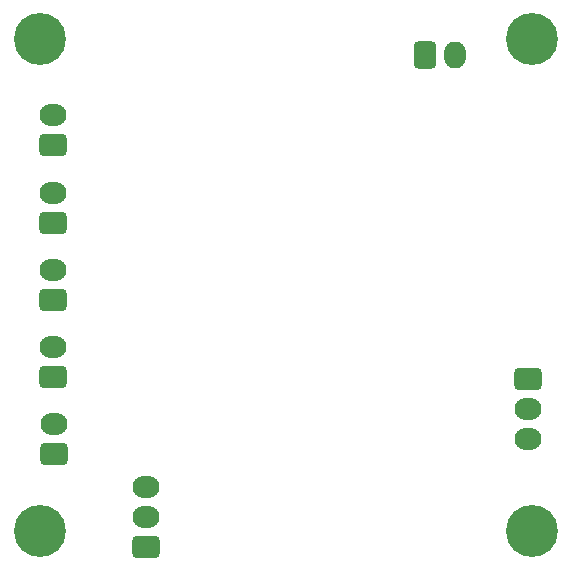
<source format=gbs>
%TF.GenerationSoftware,KiCad,Pcbnew,(6.0.1-0)*%
%TF.CreationDate,2022-05-20T12:10:41-04:00*%
%TF.ProjectId,Summing Circuit V5,53756d6d-696e-4672-9043-697263756974,003*%
%TF.SameCoordinates,Original*%
%TF.FileFunction,Soldermask,Bot*%
%TF.FilePolarity,Negative*%
%FSLAX46Y46*%
G04 Gerber Fmt 4.6, Leading zero omitted, Abs format (unit mm)*
G04 Created by KiCad (PCBNEW (6.0.1-0)) date 2022-05-20 12:10:41*
%MOMM*%
%LPD*%
G01*
G04 APERTURE LIST*
G04 Aperture macros list*
%AMRoundRect*
0 Rectangle with rounded corners*
0 $1 Rounding radius*
0 $2 $3 $4 $5 $6 $7 $8 $9 X,Y pos of 4 corners*
0 Add a 4 corners polygon primitive as box body*
4,1,4,$2,$3,$4,$5,$6,$7,$8,$9,$2,$3,0*
0 Add four circle primitives for the rounded corners*
1,1,$1+$1,$2,$3*
1,1,$1+$1,$4,$5*
1,1,$1+$1,$6,$7*
1,1,$1+$1,$8,$9*
0 Add four rect primitives between the rounded corners*
20,1,$1+$1,$2,$3,$4,$5,0*
20,1,$1+$1,$4,$5,$6,$7,0*
20,1,$1+$1,$6,$7,$8,$9,0*
20,1,$1+$1,$8,$9,$2,$3,0*%
G04 Aperture macros list end*
%ADD10RoundRect,0.300800X0.845000X-0.620000X0.845000X0.620000X-0.845000X0.620000X-0.845000X-0.620000X0*%
%ADD11O,2.291600X1.841600*%
%ADD12C,4.401600*%
%ADD13RoundRect,0.300800X-0.845000X0.620000X-0.845000X-0.620000X0.845000X-0.620000X0.845000X0.620000X0*%
%ADD14RoundRect,0.300800X-0.620000X-0.845000X0.620000X-0.845000X0.620000X0.845000X-0.620000X0.845000X0*%
%ADD15O,1.841600X2.291600*%
G04 APERTURE END LIST*
D10*
%TO.C,J7*%
X81935000Y-69850000D03*
D11*
X81935000Y-67310000D03*
%TD*%
D10*
%TO.C,J4*%
X89789000Y-90805000D03*
D11*
X89789000Y-88265000D03*
X89789000Y-85725000D03*
%TD*%
D10*
%TO.C,J8*%
X81935000Y-63309500D03*
D11*
X81935000Y-60769500D03*
%TD*%
D12*
%TO.C,H1*%
X80772000Y-47752000D03*
%TD*%
D13*
%TO.C,J2*%
X122154000Y-76581000D03*
D11*
X122154000Y-79121000D03*
X122154000Y-81661000D03*
%TD*%
D12*
%TO.C,H4*%
X122428000Y-89408000D03*
%TD*%
%TO.C,H2*%
X122428000Y-47752000D03*
%TD*%
D10*
%TO.C,J1*%
X81955000Y-82931000D03*
D11*
X81955000Y-80391000D03*
%TD*%
D12*
%TO.C,H3*%
X80772000Y-89408000D03*
%TD*%
D14*
%TO.C,J3*%
X113411000Y-49149000D03*
D15*
X115951000Y-49149000D03*
%TD*%
D10*
%TO.C,J9*%
X81935000Y-56769000D03*
D11*
X81935000Y-54229000D03*
%TD*%
D10*
%TO.C,J6*%
X81935000Y-76390500D03*
D11*
X81935000Y-73850500D03*
%TD*%
M02*

</source>
